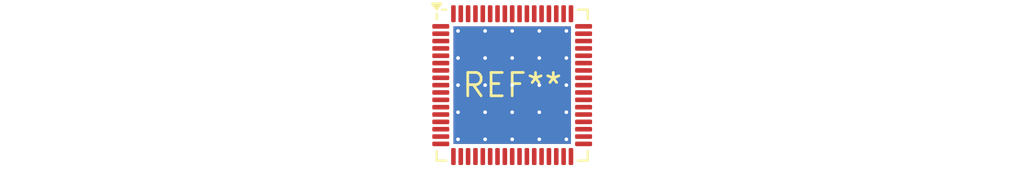
<source format=kicad_pcb>
(kicad_pcb (version 20240108) (generator pcbnew)
  (layers (0 "F.Cu" signal) (31 "B.Cu" signal) (34 "B.Paste" user) (35 "F.Paste" user) (36 "B.SilkS" user "B.Silkscreen") (37 "F.SilkS" user "F.Silkscreen") (38 "B.Mask" user) (39 "F.Mask" user) (44 "Edge.Cuts" user))
  (net 0 "")
  (footprint "QFN-68-1EP_8x8mm_P0.4mm_EP6.4x6.4mm_ThermalVias" (layer "F.Cu") (at 0 0)
    (property "Reference" "REF**")
    (property "Value" "QFN-68-1EP_8x8mm_P0.4mm_EP6.4x6.4mm_ThermalVias")
    (fp_line (start -4.11 -3.585) (end -4.11 -3.87) (layer "F.SilkS") (stroke (width 0.12)))
    (fp_line (start -4.11 4.11) (end -4.11 3.585) (layer "F.SilkS") (stroke (width 0.12)))
    (fp_line (start -3.585 -4.11) (end -3.81 -4.11) (layer "F.SilkS") (stroke (width 0.12)))
    (fp_line (start -3.585 4.11) (end -4.11 4.11) (layer "F.SilkS") (stroke (width 0.12)))
    (fp_line (start 3.585 -4.11) (end 4.11 -4.11) (layer "F.SilkS") (stroke (width 0.12)))
    (fp_line (start 3.585 4.11) (end 4.11 4.11) (layer "F.SilkS") (stroke (width 0.12)))
    (fp_line (start 4.11 -4.11) (end 4.11 -3.585) (layer "F.SilkS") (stroke (width 0.12)))
    (fp_line (start 4.11 4.11) (end 4.11 3.585) (layer "F.SilkS") (stroke (width 0.12)))
    (fp_poly (pts (xy -4.11 -4.11) (xy -4.35 -4.44) (xy -3.87 -4.44) (xy -4.11 -4.11)) (layer "F.SilkS") (stroke (width 0.12)) (fill solid))
    (pad "1" smd roundrect (at -3.8875 -3.2) (size 0.925 0.25) (layers "F.Cu" "F.Paste" "F.Mask"))
    (pad "2" smd roundrect (at -3.8875 -2.8) (size 0.925 0.25) (layers "F.Cu" "F.Paste" "F.Mask"))
    (pad "3" smd roundrect (at -3.8875 -2.4) (size 0.925 0.25) (layers "F.Cu" "F.Paste" "F.Mask"))
    (pad "4" smd roundrect (at -3.8875 -2) (size 0.925 0.25) (layers "F.Cu" "F.Paste" "F.Mask"))
    (pad "5" smd roundrect (at -3.8875 -1.6) (size 0.925 0.25) (layers "F.Cu" "F.Paste" "F.Mask"))
    (pad "6" smd roundrect (at -3.8875 -1.2) (size 0.925 0.25) (layers "F.Cu" "F.Paste" "F.Mask"))
    (pad "7" smd roundrect (at -3.8875 -0.8) (size 0.925 0.25) (layers "F.Cu" "F.Paste" "F.Mask"))
    (pad "8" smd roundrect (at -3.8875 -0.4) (size 0.925 0.25) (layers "F.Cu" "F.Paste" "F.Mask"))
    (pad "9" smd roundrect (at -3.8875 0) (size 0.925 0.25) (layers "F.Cu" "F.Paste" "F.Mask"))
    (pad "10" smd roundrect (at -3.8875 0.4) (size 0.925 0.25) (layers "F.Cu" "F.Paste" "F.Mask"))
    (pad "11" smd roundrect (at -3.8875 0.8) (size 0.925 0.25) (layers "F.Cu" "F.Paste" "F.Mask"))
    (pad "12" smd roundrect (at -3.8875 1.2) (size 0.925 0.25) (layers "F.Cu" "F.Paste" "F.Mask"))
    (pad "13" smd roundrect (at -3.8875 1.6) (size 0.925 0.25) (layers "F.Cu" "F.Paste" "F.Mask"))
    (pad "14" smd roundrect (at -3.8875 2) (size 0.925 0.25) (layers "F.Cu" "F.Paste" "F.Mask"))
    (pad "15" smd roundrect (at -3.8875 2.4) (size 0.925 0.25) (layers "F.Cu" "F.Paste" "F.Mask"))
    (pad "16" smd roundrect (at -3.8875 2.8) (size 0.925 0.25) (layers "F.Cu" "F.Paste" "F.Mask"))
    (pad "17" smd roundrect (at -3.8875 3.2) (size 0.925 0.25) (layers "F.Cu" "F.Paste" "F.Mask"))
    (pad "18" smd roundrect (at -3.2 3.8875) (size 0.25 0.925) (layers "F.Cu" "F.Paste" "F.Mask"))
    (pad "19" smd roundrect (at -2.8 3.8875) (size 0.25 0.925) (layers "F.Cu" "F.Paste" "F.Mask"))
    (pad "20" smd roundrect (at -2.4 3.8875) (size 0.25 0.925) (layers "F.Cu" "F.Paste" "F.Mask"))
    (pad "21" smd roundrect (at -2 3.8875) (size 0.25 0.925) (layers "F.Cu" "F.Paste" "F.Mask"))
    (pad "22" smd roundrect (at -1.6 3.8875) (size 0.25 0.925) (layers "F.Cu" "F.Paste" "F.Mask"))
    (pad "23" smd roundrect (at -1.2 3.8875) (size 0.25 0.925) (layers "F.Cu" "F.Paste" "F.Mask"))
    (pad "24" smd roundrect (at -0.8 3.8875) (size 0.25 0.925) (layers "F.Cu" "F.Paste" "F.Mask"))
    (pad "25" smd roundrect (at -0.4 3.8875) (size 0.25 0.925) (layers "F.Cu" "F.Paste" "F.Mask"))
    (pad "26" smd roundrect (at 0 3.8875) (size 0.25 0.925) (layers "F.Cu" "F.Paste" "F.Mask"))
    (pad "27" smd roundrect (at 0.4 3.8875) (size 0.25 0.925) (layers "F.Cu" "F.Paste" "F.Mask"))
    (pad "28" smd roundrect (at 0.8 3.8875) (size 0.25 0.925) (layers "F.Cu" "F.Paste" "F.Mask"))
    (pad "29" smd roundrect (at 1.2 3.8875) (size 0.25 0.925) (layers "F.Cu" "F.Paste" "F.Mask"))
    (pad "30" smd roundrect (at 1.6 3.8875) (size 0.25 0.925) (layers "F.Cu" "F.Paste" "F.Mask"))
    (pad "31" smd roundrect (at 2 3.8875) (size 0.25 0.925) (layers "F.Cu" "F.Paste" "F.Mask"))
    (pad "32" smd roundrect (at 2.4 3.8875) (size 0.25 0.925) (layers "F.Cu" "F.Paste" "F.Mask"))
    (pad "33" smd roundrect (at 2.8 3.8875) (size 0.25 0.925) (layers "F.Cu" "F.Paste" "F.Mask"))
    (pad "34" smd roundrect (at 3.2 3.8875) (size 0.25 0.925) (layers "F.Cu" "F.Paste" "F.Mask"))
    (pad "35" smd roundrect (at 3.8875 3.2) (size 0.925 0.25) (layers "F.Cu" "F.Paste" "F.Mask"))
    (pad "36" smd roundrect (at 3.8875 2.8) (size 0.925 0.25) (layers "F.Cu" "F.Paste" "F.Mask"))
    (pad "37" smd roundrect (at 3.8875 2.4) (size 0.925 0.25) (layers "F.Cu" "F.Paste" "F.Mask"))
    (pad "38" smd roundrect (at 3.8875 2) (size 0.925 0.25) (layers "F.Cu" "F.Paste" "F.Mask"))
    (pad "39" smd roundrect (at 3.8875 1.6) (size 0.925 0.25) (layers "F.Cu" "F.Paste" "F.Mask"))
    (pad "40" smd roundrect (at 3.8875 1.2) (size 0.925 0.25) (layers "F.Cu" "F.Paste" "F.Mask"))
    (pad "41" smd roundrect (at 3.8875 0.8) (size 0.925 0.25) (layers "F.Cu" "F.Paste" "F.Mask"))
    (pad "42" smd roundrect (at 3.8875 0.4) (size 0.925 0.25) (layers "F.Cu" "F.Paste" "F.Mask"))
    (pad "43" smd roundrect (at 3.8875 0) (size 0.925 0.25) (layers "F.Cu" "F.Paste" "F.Mask"))
    (pad "44" smd roundrect (at 3.8875 -0.4) (size 0.925 0.25) (layers "F.Cu" "F.Paste" "F.Mask"))
    (pad "45" smd roundrect (at 3.8875 -0.8) (size 0.925 0.25) (layers "F.Cu" "F.Paste" "F.Mask"))
    (pad "46" smd roundrect (at 3.8875 -1.2) (size 0.925 0.25) (layers "F.Cu" "F.Paste" "F.Mask"))
    (pad "47" smd roundrect (at 3.8875 -1.6) (size 0.925 0.25) (layers "F.Cu" "F.Paste" "F.Mask"))
    (pad "48" smd roundrect (at 3.8875 -2) (size 0.925 0.25) (layers "F.Cu" "F.Paste" "F.Mask"))
    (pad "49" smd roundrect (at 3.8875 -2.4) (size 0.925 0.25) (layers "F.Cu" "F.Paste" "F.Mask"))
    (pad "50" smd roundrect (at 3.8875 -2.8) (size 0.925 0.25) (layers "F.Cu" "F.Paste" "F.Mask"))
    (pad "51" smd roundrect (at 3.8875 -3.2) (size 0.925 0.25) (layers "F.Cu" "F.Paste" "F.Mask"))
    (pad "52" smd roundrect (at 3.2 -3.8875) (size 0.25 0.925) (layers "F.Cu" "F.Paste" "F.Mask"))
    (pad "53" smd roundrect (at 2.8 -3.8875) (size 0.25 0.925) (layers "F.Cu" "F.Paste" "F.Mask"))
    (pad "54" smd roundrect (at 2.4 -3.8875) (size 0.25 0.925) (layers "F.Cu" "F.Paste" "F.Mask"))
    (pad "55" smd roundrect (at 2 -3.8875) (size 0.25 0.925) (layers "F.Cu" "F.Paste" "F.Mask"))
    (pad "56" smd roundrect (at 1.6 -3.8875) (size 0.25 0.925) (layers "F.Cu" "F.Paste" "F.Mask"))
    (pad "57" smd roundrect (at 1.2 -3.8875) (size 0.25 0.925) (layers "F.Cu" "F.Paste" "F.Mask"))
    (pad "58" smd roundrect (at 0.8 -3.8875) (size 0.25 0.925) (layers "F.Cu" "F.Paste" "F.Mask"))
    (pad "59" smd roundrect (at 0.4 -3.8875) (size 0.25 0.925) (layers "F.Cu" "F.Paste" "F.Mask"))
    (pad "60" smd roundrect (at 0 -3.8875) (size 0.25 0.925) (layers "F.Cu" "F.Paste" "F.Mask"))
    (pad "61" smd roundrect (at -0.4 -3.8875) (size 0.25 0.925) (layers "F.Cu" "F.Paste" "F.Mask"))
    (pad "62" smd roundrect (at -0.8 -3.8875) (size 0.25 0.925) (layers "F.Cu" "F.Paste" "F.Mask"))
    (pad "63" smd roundrect (at -1.2 -3.8875) (size 0.25 0.925) (layers "F.Cu" "F.Paste" "F.Mask"))
    (pad "64" smd roundrect (at -1.6 -3.8875) (size 0.25 0.925) (layers "F.Cu" "F.Paste" "F.Mask"))
    (pad "65" smd roundrect (at -2 -3.8875) (size 0.25 0.925) (layers "F.Cu" "F.Paste" "F.Mask"))
    (pad "66" smd roundrect (at -2.4 -3.8875) (size 0.25 0.925) (layers "F.Cu" "F.Paste" "F.Mask"))
    (pad "67" smd roundrect (at -2.8 -3.8875) (size 0.25 0.925) (layers "F.Cu" "F.Paste" "F.Mask"))
    (pad "68" smd roundrect (at -3.2 -3.8875) (size 0.25 0.925) (layers "F.Cu" "F.Paste" "F.Mask"))
    (pad "69" thru_hole circle (at -2.95 -2.95) (size 0.5 0.5) (drill 0.2) (property pad_prop_heatsink) (layers *.Cu) (remove_unused_layers))
    (pad "69" thru_hole circle (at -2.95 -1.475) (size 0.5 0.5) (drill 0.2) (property pad_prop_heatsink) (layers *.Cu) (remove_unused_layers))
    (pad "69" thru_hole circle (at -2.95 0) (size 0.5 0.5) (drill 0.2) (property pad_prop_heatsink) (layers *.Cu) (remove_unused_layers))
    (pad "69" thru_hole circle (at -2.95 1.475) (size 0.5 0.5) (drill 0.2) (property pad_prop_heatsink) (layers *.Cu) (remove_unused_layers))
    (pad "69" thru_hole circle (at -2.95 2.95) (size 0.5 0.5) (drill 0.2) (property pad_prop_heatsink) (layers *.Cu) (remove_unused_layers))
    (pad "69" thru_hole circle (at -1.475 -2.95) (size 0.5 0.5) (drill 0.2) (property pad_prop_heatsink) (layers *.Cu) (remove_unused_layers))
    (pad "69" thru_hole circle (at -1.475 -1.475) (size 0.5 0.5) (drill 0.2) (property pad_prop_heatsink) (layers *.Cu) (remove_unused_layers))
    (pad "69" thru_hole circle (at -1.475 0) (size 0.5 0.5) (drill 0.2) (property pad_prop_heatsink) (layers *.Cu) (remove_unused_layers))
    (pad "69" thru_hole circle (at -1.475 1.475) (size 0.5 0.5) (drill 0.2) (property pad_prop_heatsink) (layers *.Cu) (remove_unused_layers))
    (pad "69" thru_hole circle (at -1.475 2.95) (size 0.5 0.5) (drill 0.2) (property pad_prop_heatsink) (layers *.Cu) (remove_unused_layers))
    (pad "69" thru_hole circle (at 0 -2.95) (size 0.5 0.5) (drill 0.2) (property pad_prop_heatsink) (layers *.Cu) (remove_unused_layers))
    (pad "69" thru_hole circle (at 0 -1.475) (size 0.5 0.5) (drill 0.2) (property pad_prop_heatsink) (layers *.Cu) (remove_unused_layers))
    (pad "69" thru_hole circle (at 0 0) (size 0.5 0.5) (drill 0.2) (property pad_prop_heatsink) (layers *.Cu) (remove_unused_layers))
    (pad "69" smd rect (at 0 0) (size 6.4 6.4) (property pad_prop_heatsink) (layers "F.Cu" "F.Mask"))
    (pad "69" smd rect (at 0 0) (size 6.4 6.4) (property pad_prop_heatsink) (layers "B.Cu"))
    (pad "69" thru_hole circle (at 0 1.475) (size 0.5 0.5) (drill 0.2) (property pad_prop_heatsink) (layers *.Cu) (remove_unused_layers))
    (pad "69" thru_hole circle (at 0 2.95) (size 0.5 0.5) (drill 0.2) (property pad_prop_heatsink) (layers *.Cu) (remove_unused_layers))
    (pad "69" thru_hole circle (at 1.475 -2.95) (size 0.5 0.5) (drill 0.2) (property pad_prop_heatsink) (layers *.Cu) (remove_unused_layers))
    (pad "69" thru_hole circle (at 1.475 -1.475) (size 0.5 0.5) (drill 0.2) (property pad_prop_heatsink) (layers *.Cu) (remove_unused_layers))
    (pad "69" thru_hole circle (at 1.475 0) (size 0.5 0.5) (drill 0.2) (property pad_prop_heatsink) (layers *.Cu) (remove_unused_layers))
    (pad "69" thru_hole circle (at 1.475 1.475) (size 0.5 0.5) (drill 0.2) (property pad_prop_heatsink) (layers *.Cu) (remove_unused_layers))
    (pad "69" thru_hole circle (at 1.475 2.95) (size 0.5 0.5) (drill 0.2) (property pad_prop_heatsink) (layers *.Cu) (remove_unused_layers))
    (pad "69" thru_hole circle (at 2.95 -2.95) (size 0.5 0.5) (drill 0.2) (property pad_prop_heatsink) (layers *.Cu) (remove_unused_layers))
    (pad "69" thru_hole circle (at 2.95 -1.475) (size 0.5 0.5) (drill 0.2) (property pad_prop_heatsink) (layers *.Cu) (remove_unused_layers))
    (pad "69" thru_hole circle (at 2.95 0) (size 0.5 0.5) (drill 0.2) (property pad_prop_heatsink) (layers *.Cu) (remove_unused_layers))
    (pad "69" thru_hole circle (at 2.95 1.475) (size 0.5 0.5) (drill 0.2) (property pad_prop_heatsink) (layers *.Cu) (remove_unused_layers))
    (pad "69" thru_hole circle (at 2.95 2.95) (size 0.5 0.5) (drill 0.2) (property pad_prop_heatsink) (layers *.Cu) (remove_unused_layers))
  )
)
</source>
